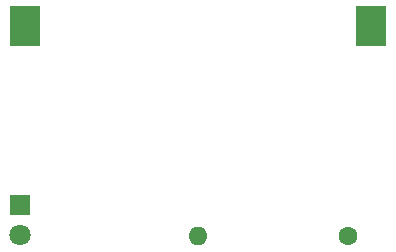
<source format=gbr>
%TF.GenerationSoftware,KiCad,Pcbnew,(6.0.10)*%
%TF.CreationDate,2023-04-23T12:07:47+05:45*%
%TF.ProjectId,first_project,66697273-745f-4707-926f-6a6563742e6b,0*%
%TF.SameCoordinates,Original*%
%TF.FileFunction,Soldermask,Bot*%
%TF.FilePolarity,Negative*%
%FSLAX46Y46*%
G04 Gerber Fmt 4.6, Leading zero omitted, Abs format (unit mm)*
G04 Created by KiCad (PCBNEW (6.0.10)) date 2023-04-23 12:07:47*
%MOMM*%
%LPD*%
G01*
G04 APERTURE LIST*
%ADD10C,1.600000*%
%ADD11O,1.600000X1.600000*%
%ADD12R,1.800000X1.800000*%
%ADD13C,1.800000*%
%ADD14R,2.540000X3.510000*%
G04 APERTURE END LIST*
D10*
%TO.C,R1*%
X134620000Y-106680000D03*
D11*
X121920000Y-106680000D03*
%TD*%
D12*
%TO.C,D1*%
X106859968Y-104059332D03*
D13*
X106859968Y-106599332D03*
%TD*%
D14*
%TO.C,BT1*%
X136600000Y-88900000D03*
X107240000Y-88900000D03*
%TD*%
M02*

</source>
